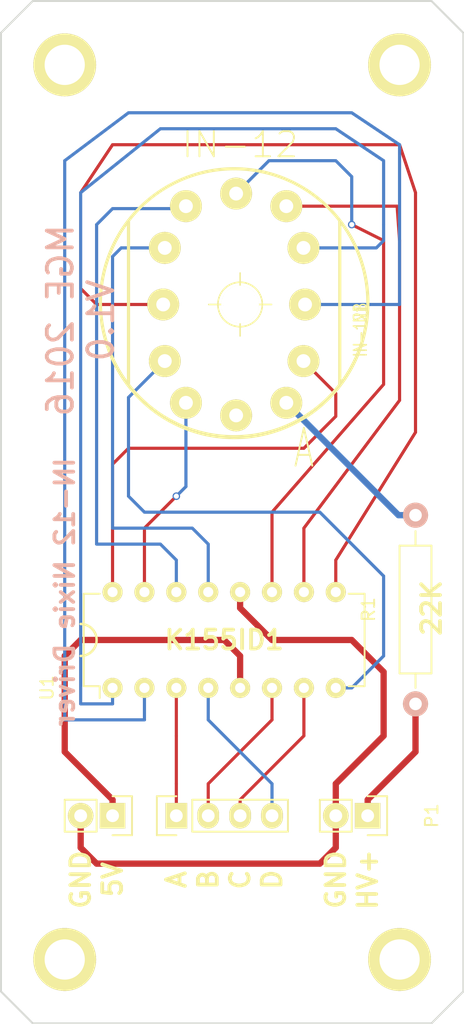
<source format=kicad_pcb>
(kicad_pcb (version 4) (host pcbnew 4.0.2-stable)

  (general
    (links 19)
    (no_connects 0)
    (area 96.444999 82.474999 142.315001 153.745001)
    (thickness 1.6)
    (drawings 22)
    (tracks 114)
    (zones 0)
    (modules 10)
    (nets 20)
  )

  (page USLetter)
  (layers
    (0 F.Cu signal)
    (31 B.Cu signal)
    (32 B.Adhes user hide)
    (33 F.Adhes user hide)
    (34 B.Paste user)
    (35 F.Paste user hide)
    (36 B.SilkS user)
    (37 F.SilkS user)
    (38 B.Mask user hide)
    (39 F.Mask user hide)
    (40 Dwgs.User user hide)
    (41 Cmts.User user hide)
    (42 Eco1.User user hide)
    (43 Eco2.User user hide)
    (44 Edge.Cuts user)
    (45 Margin user hide)
    (46 B.CrtYd user hide)
    (47 F.CrtYd user hide)
    (48 B.Fab user hide)
    (49 F.Fab user hide)
  )

  (setup
    (last_trace_width 0.25)
    (trace_clearance 0.2)
    (zone_clearance 0.508)
    (zone_45_only no)
    (trace_min 0.2)
    (segment_width 0.2)
    (edge_width 0.15)
    (via_size 0.6)
    (via_drill 0.4)
    (via_min_size 0.4)
    (via_min_drill 0.3)
    (uvia_size 0.3)
    (uvia_drill 0.1)
    (uvias_allowed no)
    (uvia_min_size 0.2)
    (uvia_min_drill 0.1)
    (pcb_text_width 0.3)
    (pcb_text_size 1.5 1.5)
    (mod_edge_width 0.15)
    (mod_text_size 1 1)
    (mod_text_width 0.15)
    (pad_size 3 3)
    (pad_drill 3)
    (pad_to_mask_clearance 0.2)
    (aux_axis_origin 0 0)
    (visible_elements 7FFFFFFF)
    (pcbplotparams
      (layerselection 0x00030_80000001)
      (usegerberextensions false)
      (excludeedgelayer true)
      (linewidth 0.100000)
      (plotframeref false)
      (viasonmask false)
      (mode 1)
      (useauxorigin false)
      (hpglpennumber 1)
      (hpglpenspeed 20)
      (hpglpendiameter 15)
      (hpglpenoverlay 2)
      (psnegative false)
      (psa4output false)
      (plotreference true)
      (plotvalue true)
      (plotinvisibletext false)
      (padsonsilk false)
      (subtractmaskfromsilk false)
      (outputformat 1)
      (mirror false)
      (drillshape 1)
      (scaleselection 1)
      (outputdirectory ""))
  )

  (net 0 "")
  (net 1 "Net-(N1-Pad0)")
  (net 2 "Net-(N1-Pad1)")
  (net 3 "Net-(N1-Pad2)")
  (net 4 "Net-(N1-Pad3)")
  (net 5 "Net-(N1-Pad4)")
  (net 6 "Net-(N1-Pad5)")
  (net 7 "Net-(N1-Pad6)")
  (net 8 "Net-(N1-Pad7)")
  (net 9 "Net-(N1-Pad8)")
  (net 10 "Net-(N1-Pad9)")
  (net 11 "Net-(N1-PadA)")
  (net 12 "Net-(N1-PadLHDP)")
  (net 13 VCC)
  (net 14 GND)
  (net 15 +5V)
  (net 16 A)
  (net 17 B)
  (net 18 C)
  (net 19 D)

  (net_class Default "This is the default net class."
    (clearance 0.2)
    (trace_width 0.25)
    (via_dia 0.6)
    (via_drill 0.4)
    (uvia_dia 0.3)
    (uvia_drill 0.1)
    (add_net A)
    (add_net B)
    (add_net C)
    (add_net D)
    (add_net "Net-(N1-Pad0)")
    (add_net "Net-(N1-Pad1)")
    (add_net "Net-(N1-Pad2)")
    (add_net "Net-(N1-Pad3)")
    (add_net "Net-(N1-Pad4)")
    (add_net "Net-(N1-Pad5)")
    (add_net "Net-(N1-Pad6)")
    (add_net "Net-(N1-Pad7)")
    (add_net "Net-(N1-Pad8)")
    (add_net "Net-(N1-Pad9)")
    (add_net "Net-(N1-PadLHDP)")
  )

  (net_class Power ""
    (clearance 0.5)
    (trace_width 0.5)
    (via_dia 0.7)
    (via_drill 0.5)
    (uvia_dia 0.3)
    (uvia_drill 0.1)
    (add_net +5V)
    (add_net GND)
    (add_net "Net-(N1-PadA)")
    (add_net VCC)
  )

  (module Pin_Headers:Pin_Header_Straight_1x04 (layer F.Cu) (tedit 0) (tstamp 576DC3B4)
    (at 114.3 143.51 90)
    (descr "Through hole pin header")
    (tags "pin header")
    (path /5762A7D4)
    (fp_text reference P3 (at 0 -5.1 90) (layer F.SilkS)
      (effects (font (size 1 1) (thickness 0.15)))
    )
    (fp_text value CONN_01X04 (at 0 -3.1 90) (layer F.Fab)
      (effects (font (size 1 1) (thickness 0.15)))
    )
    (fp_line (start -1.75 -1.75) (end -1.75 9.4) (layer F.CrtYd) (width 0.05))
    (fp_line (start 1.75 -1.75) (end 1.75 9.4) (layer F.CrtYd) (width 0.05))
    (fp_line (start -1.75 -1.75) (end 1.75 -1.75) (layer F.CrtYd) (width 0.05))
    (fp_line (start -1.75 9.4) (end 1.75 9.4) (layer F.CrtYd) (width 0.05))
    (fp_line (start -1.27 1.27) (end -1.27 8.89) (layer F.SilkS) (width 0.15))
    (fp_line (start 1.27 1.27) (end 1.27 8.89) (layer F.SilkS) (width 0.15))
    (fp_line (start 1.55 -1.55) (end 1.55 0) (layer F.SilkS) (width 0.15))
    (fp_line (start -1.27 8.89) (end 1.27 8.89) (layer F.SilkS) (width 0.15))
    (fp_line (start 1.27 1.27) (end -1.27 1.27) (layer F.SilkS) (width 0.15))
    (fp_line (start -1.55 0) (end -1.55 -1.55) (layer F.SilkS) (width 0.15))
    (fp_line (start -1.55 -1.55) (end 1.55 -1.55) (layer F.SilkS) (width 0.15))
    (pad 1 thru_hole rect (at 0 0 90) (size 2.032 1.7272) (drill 1.016) (layers *.Cu *.Mask F.SilkS)
      (net 16 A))
    (pad 2 thru_hole oval (at 0 2.54 90) (size 2.032 1.7272) (drill 1.016) (layers *.Cu *.Mask F.SilkS)
      (net 17 B))
    (pad 3 thru_hole oval (at 0 5.08 90) (size 2.032 1.7272) (drill 1.016) (layers *.Cu *.Mask F.SilkS)
      (net 18 C))
    (pad 4 thru_hole oval (at 0 7.62 90) (size 2.032 1.7272) (drill 1.016) (layers *.Cu *.Mask F.SilkS)
      (net 19 D))
    (model Pin_Headers.3dshapes/Pin_Header_Straight_1x04.wrl
      (at (xyz 0 -0.15 0))
      (scale (xyz 1 1 1))
      (rotate (xyz 0 0 90))
    )
  )

  (module Display:nixie_in-12 (layer F.Cu) (tedit 5763CF61) (tstamp 576DC37F)
    (at 119.38 102.87)
    (descr >NAME)
    (path /5762968A)
    (fp_text reference N1 (at 9.58088 0.6985 90) (layer F.SilkS)
      (effects (font (size 1.016 0.762) (thickness 0.127)))
    )
    (fp_text value IN-12B (at 9.58088 2.0193 90) (layer F.SilkS)
      (effects (font (size 1.016 0.762) (thickness 0.127)))
    )
    (fp_text user IN-12 (at 0 -12.7) (layer F.SilkS)
      (effects (font (size 2 2) (thickness 0.15)))
    )
    (fp_text user A (at 5.08 11.43) (layer F.SilkS)
      (effects (font (size 3 2) (thickness 0.15)))
    )
    (fp_line (start 7.9375 -6.6675) (end 7.9375 6.35) (layer F.SilkS) (width 0.254))
    (fp_line (start -8.89 6.18998) (end -8.89 -6.6675) (layer F.SilkS) (width 0.254))
    (fp_line (start -8.89 6.18998) (end -8.89 6.35) (layer F.SilkS) (width 0.254))
    (fp_line (start -2.49936 0) (end 2.49936 0) (layer F.SilkS) (width 0.127))
    (fp_line (start 0 2.49936) (end 0 -2.49936) (layer F.SilkS) (width 0.127))
    (fp_circle (center 0 0) (end -1.796034 0) (layer F.SilkS) (width 0.0635))
    (fp_circle (center 0 0) (end -1.767332 0) (layer F.SilkS) (width 0.127))
    (fp_circle (center -0.47498 -0.05588) (end -11.176762 -0.05588) (layer F.SilkS) (width 0.127))
    (fp_circle (center -0.47498 -0.1397) (end -11.1252 -0.1397) (layer F.SilkS) (width 0.254))
    (pad 0 thru_hole circle (at 5.04698 4.49834) (size 2.54 2.54) (drill 1.09982) (layers *.Cu *.Mask F.SilkS)
      (net 1 "Net-(N1-Pad0)") (solder_mask_margin 0.1016) (clearance 0.254))
    (pad 1 thru_hole circle (at -4.31546 7.81558) (size 2.54 2.54) (drill 1.09982) (layers *.Cu *.Mask F.SilkS)
      (net 2 "Net-(N1-Pad1)") (solder_mask_margin 0.1016) (clearance 0.254))
    (pad 2 thru_hole circle (at -5.99948 4.49834) (size 2.54 2.54) (drill 1.09982) (layers *.Cu *.Mask F.SilkS)
      (net 3 "Net-(N1-Pad2)") (solder_mask_margin 0.1016) (clearance 0.254))
    (pad 3 thru_hole circle (at -6.12648 0) (size 2.54 2.54) (drill 1.09982) (layers *.Cu *.Mask F.SilkS)
      (net 4 "Net-(N1-Pad3)") (solder_mask_margin 0.1016) (clearance 0.254))
    (pad 4 thru_hole circle (at -5.99948 -4.49834) (size 2.54 2.54) (drill 1.09982) (layers *.Cu *.Mask F.SilkS)
      (net 5 "Net-(N1-Pad4)") (solder_mask_margin 0.1016) (clearance 0.254))
    (pad 5 thru_hole circle (at -4.31546 -7.81558) (size 2.54 2.54) (drill 1.09982) (layers *.Cu *.Mask F.SilkS)
      (net 6 "Net-(N1-Pad5)") (solder_mask_margin 0.1016) (clearance 0.254))
    (pad 6 thru_hole circle (at -0.3175 -8.81634) (size 2.54 2.54) (drill 1.09982) (layers *.Cu *.Mask F.SilkS)
      (net 7 "Net-(N1-Pad6)") (solder_mask_margin 0.1016) (clearance 0.254))
    (pad 7 thru_hole circle (at 3.68046 -7.81558) (size 2.54 2.54) (drill 1.09982) (layers *.Cu *.Mask F.SilkS)
      (net 8 "Net-(N1-Pad7)") (solder_mask_margin 0.1016) (clearance 0.254))
    (pad 8 thru_hole circle (at 5.04698 -4.49834) (size 2.54 2.54) (drill 1.09982) (layers *.Cu *.Mask F.SilkS)
      (net 9 "Net-(N1-Pad8)") (solder_mask_margin 0.1016) (clearance 0.254))
    (pad 9 thru_hole circle (at 5.17398 0) (size 2.54 2.54) (drill 1.09982) (layers *.Cu *.Mask F.SilkS)
      (net 10 "Net-(N1-Pad9)") (solder_mask_margin 0.1016) (clearance 0.254))
    (pad A thru_hole circle (at 3.68046 7.81558) (size 2.54 2.54) (drill 1.09982) (layers *.Cu *.Mask F.SilkS)
      (net 11 "Net-(N1-PadA)") (solder_mask_margin 0.1016) (clearance 0.254))
    (pad LHDP thru_hole circle (at -0.3175 8.81634) (size 2.54 2.54) (drill 1.09982) (layers *.Cu *.Mask F.SilkS)
      (net 12 "Net-(N1-PadLHDP)") (solder_mask_margin 0.1016) (clearance 0.254))
    (pad "" np_thru_hole circle (at 0 0) (size 3 3) (drill 3) (layers *.Cu *.Mask F.SilkS))
  )

  (module Connect:1pin (layer F.Cu) (tedit 5762DFD4) (tstamp 57724672)
    (at 132.08 83.82)
    (descr "module 1 pin (ou trou mecanique de percage)")
    (tags DEV)
    (fp_text reference REF** (at 0 -3.048) (layer F.SilkS) hide
      (effects (font (size 1 1) (thickness 0.15)))
    )
    (fp_text value 1pin (at 0 2.794) (layer F.Fab)
      (effects (font (size 1 1) (thickness 0.15)))
    )
    (fp_circle (center 0 0) (end 0 -2.286) (layer F.SilkS) (width 0.15))
    (pad 1 thru_hole circle (at 0 0) (size 5 5) (drill 3.2) (layers *.Cu *.Mask F.SilkS))
  )

  (module Connect:1pin (layer F.Cu) (tedit 5762DFD4) (tstamp 5772466C)
    (at 132.08 154.94)
    (descr "module 1 pin (ou trou mecanique de percage)")
    (tags DEV)
    (fp_text reference REF** (at 0 -3.048) (layer F.SilkS) hide
      (effects (font (size 1 1) (thickness 0.15)))
    )
    (fp_text value 1pin (at 0 2.794) (layer F.Fab)
      (effects (font (size 1 1) (thickness 0.15)))
    )
    (fp_circle (center 0 0) (end 0 -2.286) (layer F.SilkS) (width 0.15))
    (pad 1 thru_hole circle (at 0 0) (size 5 5) (drill 3.2) (layers *.Cu *.Mask F.SilkS))
  )

  (module Connect:1pin (layer F.Cu) (tedit 5762DFD4) (tstamp 57724666)
    (at 105.41 154.94)
    (descr "module 1 pin (ou trou mecanique de percage)")
    (tags DEV)
    (fp_text reference REF** (at 0 -3.048) (layer F.SilkS) hide
      (effects (font (size 1 1) (thickness 0.15)))
    )
    (fp_text value 1pin (at 0 2.794) (layer F.Fab)
      (effects (font (size 1 1) (thickness 0.15)))
    )
    (fp_circle (center 0 0) (end 0 -2.286) (layer F.SilkS) (width 0.15))
    (pad 1 thru_hole circle (at 0 0) (size 5 5) (drill 3.2) (layers *.Cu *.Mask F.SilkS))
  )

  (module Pin_Headers:Pin_Header_Straight_1x02 (layer F.Cu) (tedit 54EA090C) (tstamp 576DC390)
    (at 129.54 143.51 270)
    (descr "Through hole pin header")
    (tags "pin header")
    (path /5762A2F8)
    (fp_text reference P1 (at 0 -5.1 270) (layer F.SilkS)
      (effects (font (size 1 1) (thickness 0.15)))
    )
    (fp_text value CONN_01X02 (at 0 -3.1 270) (layer F.Fab)
      (effects (font (size 1 1) (thickness 0.15)))
    )
    (fp_line (start 1.27 1.27) (end 1.27 3.81) (layer F.SilkS) (width 0.15))
    (fp_line (start 1.55 -1.55) (end 1.55 0) (layer F.SilkS) (width 0.15))
    (fp_line (start -1.75 -1.75) (end -1.75 4.3) (layer F.CrtYd) (width 0.05))
    (fp_line (start 1.75 -1.75) (end 1.75 4.3) (layer F.CrtYd) (width 0.05))
    (fp_line (start -1.75 -1.75) (end 1.75 -1.75) (layer F.CrtYd) (width 0.05))
    (fp_line (start -1.75 4.3) (end 1.75 4.3) (layer F.CrtYd) (width 0.05))
    (fp_line (start 1.27 1.27) (end -1.27 1.27) (layer F.SilkS) (width 0.15))
    (fp_line (start -1.55 0) (end -1.55 -1.55) (layer F.SilkS) (width 0.15))
    (fp_line (start -1.55 -1.55) (end 1.55 -1.55) (layer F.SilkS) (width 0.15))
    (fp_line (start -1.27 1.27) (end -1.27 3.81) (layer F.SilkS) (width 0.15))
    (fp_line (start -1.27 3.81) (end 1.27 3.81) (layer F.SilkS) (width 0.15))
    (pad 1 thru_hole rect (at 0 0 270) (size 2.032 2.032) (drill 1.016) (layers *.Cu *.Mask F.SilkS)
      (net 13 VCC))
    (pad 2 thru_hole oval (at 0 2.54 270) (size 2.032 2.032) (drill 1.016) (layers *.Cu *.Mask F.SilkS)
      (net 14 GND))
    (model Pin_Headers.3dshapes/Pin_Header_Straight_1x02.wrl
      (at (xyz 0 -0.05 0))
      (scale (xyz 1 1 1))
      (rotate (xyz 0 0 90))
    )
  )

  (module Pin_Headers:Pin_Header_Straight_1x02 (layer F.Cu) (tedit 54EA090C) (tstamp 576DC3A1)
    (at 109.22 143.51 270)
    (descr "Through hole pin header")
    (tags "pin header")
    (path /5762A665)
    (fp_text reference P2 (at 0 -5.1 270) (layer F.SilkS)
      (effects (font (size 1 1) (thickness 0.15)))
    )
    (fp_text value CONN_01X02 (at 0 -3.1 270) (layer F.Fab)
      (effects (font (size 1 1) (thickness 0.15)))
    )
    (fp_line (start 1.27 1.27) (end 1.27 3.81) (layer F.SilkS) (width 0.15))
    (fp_line (start 1.55 -1.55) (end 1.55 0) (layer F.SilkS) (width 0.15))
    (fp_line (start -1.75 -1.75) (end -1.75 4.3) (layer F.CrtYd) (width 0.05))
    (fp_line (start 1.75 -1.75) (end 1.75 4.3) (layer F.CrtYd) (width 0.05))
    (fp_line (start -1.75 -1.75) (end 1.75 -1.75) (layer F.CrtYd) (width 0.05))
    (fp_line (start -1.75 4.3) (end 1.75 4.3) (layer F.CrtYd) (width 0.05))
    (fp_line (start 1.27 1.27) (end -1.27 1.27) (layer F.SilkS) (width 0.15))
    (fp_line (start -1.55 0) (end -1.55 -1.55) (layer F.SilkS) (width 0.15))
    (fp_line (start -1.55 -1.55) (end 1.55 -1.55) (layer F.SilkS) (width 0.15))
    (fp_line (start -1.27 1.27) (end -1.27 3.81) (layer F.SilkS) (width 0.15))
    (fp_line (start -1.27 3.81) (end 1.27 3.81) (layer F.SilkS) (width 0.15))
    (pad 1 thru_hole rect (at 0 0 270) (size 2.032 2.032) (drill 1.016) (layers *.Cu *.Mask F.SilkS)
      (net 15 +5V))
    (pad 2 thru_hole oval (at 0 2.54 270) (size 2.032 2.032) (drill 1.016) (layers *.Cu *.Mask F.SilkS)
      (net 14 GND))
    (model Pin_Headers.3dshapes/Pin_Header_Straight_1x02.wrl
      (at (xyz 0 -0.05 0))
      (scale (xyz 1 1 1))
      (rotate (xyz 0 0 90))
    )
  )

  (module Resistors_ThroughHole:Resistor_Horizontal_RM15mm (layer F.Cu) (tedit 569FCEE8) (tstamp 576DC3C4)
    (at 133.35 134.62 90)
    (descr "Resistor, Axial, RM 15mm,")
    (tags "Resistor Axial RM 15mm")
    (path /5762A16C)
    (fp_text reference R1 (at 7.5 -3.74904 90) (layer F.SilkS)
      (effects (font (size 1 1) (thickness 0.15)))
    )
    (fp_text value 22K (at 7.5 4.0005 90) (layer F.Fab)
      (effects (font (size 1 1) (thickness 0.15)))
    )
    (fp_line (start -1.25 1.5) (end -1.25 -1.5) (layer F.CrtYd) (width 0.05))
    (fp_line (start -1.25 -1.5) (end 16.25 -1.5) (layer F.CrtYd) (width 0.05))
    (fp_line (start 16.25 -1.5) (end 16.25 1.5) (layer F.CrtYd) (width 0.05))
    (fp_line (start 16.25 1.5) (end -1.25 1.5) (layer F.CrtYd) (width 0.05))
    (fp_line (start 2.42 -1.27) (end 2.42 1.27) (layer F.SilkS) (width 0.15))
    (fp_line (start 2.42 1.27) (end 12.58 1.27) (layer F.SilkS) (width 0.15))
    (fp_line (start 12.58 1.27) (end 12.58 -1.27) (layer F.SilkS) (width 0.15))
    (fp_line (start 12.58 -1.27) (end 2.42 -1.27) (layer F.SilkS) (width 0.15))
    (fp_line (start 13.73 0) (end 12.58 0) (layer F.SilkS) (width 0.15))
    (fp_line (start 1.27 0) (end 2.42 0) (layer F.SilkS) (width 0.15))
    (pad 1 thru_hole circle (at 0 0 90) (size 1.99898 1.99898) (drill 1.00076) (layers *.Cu *.SilkS *.Mask)
      (net 13 VCC))
    (pad 2 thru_hole circle (at 15 0 90) (size 1.99898 1.99898) (drill 1.00076) (layers *.Cu *.SilkS *.Mask)
      (net 11 "Net-(N1-PadA)"))
    (model Resistors_ThroughHole.3dshapes/Resistor_Horizontal_RM15mm.wrl
      (at (xyz 0.295 0 0))
      (scale (xyz 0.395 0.4 0.4))
      (rotate (xyz 0 0 0))
    )
  )

  (module Housings_DIP:DIP-16_W7.62mm (layer F.Cu) (tedit 54130A77) (tstamp 576DC3E3)
    (at 109.22 133.35 90)
    (descr "16-lead dip package, row spacing 7.62 mm (300 mils)")
    (tags "dil dip 2.54 300")
    (path /5762986D)
    (fp_text reference U1 (at 0 -5.22 90) (layer F.SilkS)
      (effects (font (size 1 1) (thickness 0.15)))
    )
    (fp_text value K155ID1 (at 0 -3.72 90) (layer F.Fab)
      (effects (font (size 1 1) (thickness 0.15)))
    )
    (fp_line (start -1.05 -2.45) (end -1.05 20.25) (layer F.CrtYd) (width 0.05))
    (fp_line (start 8.65 -2.45) (end 8.65 20.25) (layer F.CrtYd) (width 0.05))
    (fp_line (start -1.05 -2.45) (end 8.65 -2.45) (layer F.CrtYd) (width 0.05))
    (fp_line (start -1.05 20.25) (end 8.65 20.25) (layer F.CrtYd) (width 0.05))
    (fp_line (start 0.135 -2.295) (end 0.135 -1.025) (layer F.SilkS) (width 0.15))
    (fp_line (start 7.485 -2.295) (end 7.485 -1.025) (layer F.SilkS) (width 0.15))
    (fp_line (start 7.485 20.075) (end 7.485 18.805) (layer F.SilkS) (width 0.15))
    (fp_line (start 0.135 20.075) (end 0.135 18.805) (layer F.SilkS) (width 0.15))
    (fp_line (start 0.135 -2.295) (end 7.485 -2.295) (layer F.SilkS) (width 0.15))
    (fp_line (start 0.135 20.075) (end 7.485 20.075) (layer F.SilkS) (width 0.15))
    (fp_line (start 0.135 -1.025) (end -0.8 -1.025) (layer F.SilkS) (width 0.15))
    (pad 1 thru_hole oval (at 0 0 90) (size 1.6 1.6) (drill 0.8) (layers *.Cu *.Mask F.SilkS)
      (net 9 "Net-(N1-Pad8)"))
    (pad 2 thru_hole oval (at 0 2.54 90) (size 1.6 1.6) (drill 0.8) (layers *.Cu *.Mask F.SilkS)
      (net 10 "Net-(N1-Pad9)"))
    (pad 3 thru_hole oval (at 0 5.08 90) (size 1.6 1.6) (drill 0.8) (layers *.Cu *.Mask F.SilkS)
      (net 16 A))
    (pad 4 thru_hole oval (at 0 7.62 90) (size 1.6 1.6) (drill 0.8) (layers *.Cu *.Mask F.SilkS)
      (net 19 D))
    (pad 5 thru_hole oval (at 0 10.16 90) (size 1.6 1.6) (drill 0.8) (layers *.Cu *.Mask F.SilkS)
      (net 15 +5V))
    (pad 6 thru_hole oval (at 0 12.7 90) (size 1.6 1.6) (drill 0.8) (layers *.Cu *.Mask F.SilkS)
      (net 17 B))
    (pad 7 thru_hole oval (at 0 15.24 90) (size 1.6 1.6) (drill 0.8) (layers *.Cu *.Mask F.SilkS)
      (net 18 C))
    (pad 8 thru_hole oval (at 0 17.78 90) (size 1.6 1.6) (drill 0.8) (layers *.Cu *.Mask F.SilkS)
      (net 3 "Net-(N1-Pad2)"))
    (pad 9 thru_hole oval (at 7.62 17.78 90) (size 1.6 1.6) (drill 0.8) (layers *.Cu *.Mask F.SilkS)
      (net 4 "Net-(N1-Pad3)"))
    (pad 10 thru_hole oval (at 7.62 15.24 90) (size 1.6 1.6) (drill 0.8) (layers *.Cu *.Mask F.SilkS)
      (net 8 "Net-(N1-Pad7)"))
    (pad 11 thru_hole oval (at 7.62 12.7 90) (size 1.6 1.6) (drill 0.8) (layers *.Cu *.Mask F.SilkS)
      (net 7 "Net-(N1-Pad6)"))
    (pad 12 thru_hole oval (at 7.62 10.16 90) (size 1.6 1.6) (drill 0.8) (layers *.Cu *.Mask F.SilkS)
      (net 14 GND))
    (pad 13 thru_hole oval (at 7.62 7.62 90) (size 1.6 1.6) (drill 0.8) (layers *.Cu *.Mask F.SilkS)
      (net 5 "Net-(N1-Pad4)"))
    (pad 14 thru_hole oval (at 7.62 5.08 90) (size 1.6 1.6) (drill 0.8) (layers *.Cu *.Mask F.SilkS)
      (net 6 "Net-(N1-Pad5)"))
    (pad 15 thru_hole oval (at 7.62 2.54 90) (size 1.6 1.6) (drill 0.8) (layers *.Cu *.Mask F.SilkS)
      (net 2 "Net-(N1-Pad1)"))
    (pad 16 thru_hole oval (at 7.62 0 90) (size 1.6 1.6) (drill 0.8) (layers *.Cu *.Mask F.SilkS)
      (net 1 "Net-(N1-Pad0)"))
    (model Housings_DIP.3dshapes/DIP-16_W7.62mm.wrl
      (at (xyz 0 0 0))
      (scale (xyz 1 1 1))
      (rotate (xyz 0 0 0))
    )
  )

  (module Connect:1pin (layer F.Cu) (tedit 5762DFD4) (tstamp 577245C9)
    (at 105.41 83.82)
    (descr "module 1 pin (ou trou mecanique de percage)")
    (tags DEV)
    (fp_text reference REF** (at 0 -3.048) (layer F.SilkS) hide
      (effects (font (size 1 1) (thickness 0.15)))
    )
    (fp_text value 1pin (at 0 2.794) (layer F.Fab)
      (effects (font (size 1 1) (thickness 0.15)))
    )
    (fp_circle (center 0 0) (end 0 -2.286) (layer F.SilkS) (width 0.15))
    (pad 1 thru_hole circle (at 0 0) (size 5 5) (drill 3.2) (layers *.Cu *.Mask F.SilkS))
  )

  (gr_line (start 100.33 81.28) (end 100.33 157.48) (angle 90) (layer Edge.Cuts) (width 0.15))
  (gr_line (start 137.16 157.48) (end 137.16 81.28) (angle 90) (layer Edge.Cuts) (width 0.15))
  (gr_line (start 102.87 160.02) (end 134.62 160.02) (angle 90) (layer Edge.Cuts) (width 0.15))
  (gr_line (start 102.87 78.74) (end 134.62 78.74) (angle 90) (layer Edge.Cuts) (width 0.15))
  (gr_text MGE (at 118.11 154.94) (layer B.Paste)
    (effects (font (size 3 3) (thickness 0.3)) (justify mirror))
  )
  (gr_line (start 102.87 160.02) (end 100.33 157.48) (angle 90) (layer Edge.Cuts) (width 0.15))
  (gr_line (start 134.62 160.02) (end 137.16 157.48) (angle 90) (layer Edge.Cuts) (width 0.15))
  (gr_line (start 134.62 78.74) (end 137.16 81.28) (angle 90) (layer Edge.Cuts) (width 0.15))
  (gr_line (start 100.33 81.28) (end 102.87 78.74) (angle 90) (layer Edge.Cuts) (width 0.15))
  (gr_text "IN-12 Nixie Driver" (at 105.41 125.73 90) (layer B.SilkS)
    (effects (font (size 1.5 1.5) (thickness 0.3)) (justify mirror))
  )
  (gr_text "MGE 2016\nV1.0" (at 106.68 104.14 90) (layer B.SilkS)
    (effects (font (size 2 2) (thickness 0.3)) (justify mirror))
  )
  (gr_arc (start 106.68 129.54) (end 106.68 128.27) (angle 180) (layer F.SilkS) (width 0.2))
  (gr_text 22K (at 134.62 127 90) (layer F.SilkS)
    (effects (font (size 1.5 1.5) (thickness 0.3)))
  )
  (gr_text D (at 121.92 148.59 90) (layer F.SilkS)
    (effects (font (size 1.5 1.5) (thickness 0.3)))
  )
  (gr_text C (at 119.38 148.59 90) (layer F.SilkS)
    (effects (font (size 1.5 1.5) (thickness 0.3)))
  )
  (gr_text B (at 116.84 148.59 90) (layer F.SilkS)
    (effects (font (size 1.5 1.5) (thickness 0.3)))
  )
  (gr_text A (at 114.3 148.59 90) (layer F.SilkS)
    (effects (font (size 1.5 1.5) (thickness 0.3)))
  )
  (gr_text 5V (at 109.22 148.59 90) (layer F.SilkS)
    (effects (font (size 1.5 1.5) (thickness 0.3)))
  )
  (gr_text HV+ (at 129.54 148.59 90) (layer F.SilkS)
    (effects (font (size 1.5 1.5) (thickness 0.3)))
  )
  (gr_text GND (at 106.68 148.59 90) (layer F.SilkS)
    (effects (font (size 1.5 1.5) (thickness 0.3)))
  )
  (gr_text GND (at 127 148.59 90) (layer F.SilkS)
    (effects (font (size 1.5 1.5) (thickness 0.3)))
  )
  (gr_text K155ID1 (at 118.11 129.54) (layer F.SilkS)
    (effects (font (size 1.5 1.5) (thickness 0.3)))
  )

  (segment (start 109.22 125.73) (end 109.22 115.57) (width 0.25) (layer F.Cu) (net 1))
  (segment (start 127 109.94136) (end 124.42698 107.36834) (width 0.25) (layer F.Cu) (net 1) (tstamp 576DC5EE) (status 20))
  (segment (start 127 111.76) (end 127 109.94136) (width 0.25) (layer F.Cu) (net 1) (tstamp 576DC5EC))
  (segment (start 124.46 114.3) (end 127 111.76) (width 0.25) (layer F.Cu) (net 1) (tstamp 576DC5EA))
  (segment (start 110.49 114.3) (end 124.46 114.3) (width 0.25) (layer F.Cu) (net 1) (tstamp 576DC5E8))
  (segment (start 109.22 115.57) (end 110.49 114.3) (width 0.25) (layer F.Cu) (net 1) (tstamp 576DC5E7))
  (segment (start 111.76 125.73) (end 111.76 120.65) (width 0.25) (layer F.Cu) (net 2))
  (segment (start 115.06454 117.34546) (end 115.06454 110.68558) (width 0.25) (layer B.Cu) (net 2) (tstamp 5763D749))
  (segment (start 114.3 118.11) (end 115.06454 117.34546) (width 0.25) (layer B.Cu) (net 2) (tstamp 5763D748))
  (via (at 114.3 118.11) (size 0.6) (drill 0.4) (layers F.Cu B.Cu) (net 2))
  (segment (start 111.76 120.65) (end 114.3 118.11) (width 0.25) (layer F.Cu) (net 2) (tstamp 5763D73F))
  (segment (start 127 133.35) (end 128.27 133.35) (width 0.25) (layer B.Cu) (net 3))
  (segment (start 110.49 110.25886) (end 113.38052 107.36834) (width 0.25) (layer B.Cu) (net 3) (tstamp 5763E0E1))
  (segment (start 110.49 118.11) (end 110.49 110.25886) (width 0.25) (layer B.Cu) (net 3) (tstamp 5763E0DA))
  (segment (start 111.76 119.38) (end 110.49 118.11) (width 0.25) (layer B.Cu) (net 3) (tstamp 5763E0D7))
  (segment (start 125.73 119.38) (end 111.76 119.38) (width 0.25) (layer B.Cu) (net 3) (tstamp 5763E0D3))
  (segment (start 130.81 124.46) (end 125.73 119.38) (width 0.25) (layer B.Cu) (net 3) (tstamp 5763E0CD))
  (segment (start 130.81 130.81) (end 130.81 124.46) (width 0.25) (layer B.Cu) (net 3) (tstamp 5763E0C7))
  (segment (start 128.27 133.35) (end 130.81 130.81) (width 0.25) (layer B.Cu) (net 3) (tstamp 5763E0C2))
  (segment (start 133.35 93.98) (end 132.08 90.17) (width 0.25) (layer F.Cu) (net 4))
  (segment (start 127 125.73) (end 127 123.19) (width 0.25) (layer F.Cu) (net 4))
  (segment (start 127 123.19) (end 133.35 113.03) (width 0.25) (layer F.Cu) (net 4) (tstamp 576DC627))
  (segment (start 133.35 113.03) (end 133.35 93.98) (width 0.25) (layer F.Cu) (net 4) (tstamp 576DC628))
  (segment (start 132.08 90.17) (end 109.22 90.17) (width 0.25) (layer F.Cu) (net 4) (tstamp 5763D00B))
  (segment (start 109.22 90.17) (end 106.68 93.98) (width 0.25) (layer F.Cu) (net 4) (tstamp 576DC62E))
  (segment (start 106.68 93.98) (end 106.68 101.6) (width 0.25) (layer F.Cu) (net 4) (tstamp 576DC630))
  (segment (start 106.68 101.6) (end 107.95 102.87) (width 0.25) (layer F.Cu) (net 4) (tstamp 576DC632))
  (segment (start 107.95 102.87) (end 113.25352 102.87) (width 0.25) (layer F.Cu) (net 4) (tstamp 576DC634) (status 20))
  (segment (start 109.90834 98.37166) (end 109.22 99.06) (width 0.25) (layer B.Cu) (net 5) (tstamp 5763D6C2))
  (segment (start 113.38052 98.37166) (end 109.90834 98.37166) (width 0.25) (layer B.Cu) (net 5))
  (segment (start 116.84 125.73) (end 116.84 121.92) (width 0.25) (layer B.Cu) (net 5))
  (segment (start 109.22 120.65) (end 109.22 99.06) (width 0.25) (layer B.Cu) (net 5) (tstamp 576DC5F6))
  (segment (start 115.57 120.65) (end 109.22 120.65) (width 0.25) (layer B.Cu) (net 5) (tstamp 576DC5F4))
  (segment (start 116.84 121.92) (end 115.57 120.65) (width 0.25) (layer B.Cu) (net 5) (tstamp 576DC5F2))
  (segment (start 107.95 96.52) (end 109.22 95.25) (width 0.25) (layer B.Cu) (net 6))
  (segment (start 109.22 95.25) (end 114.86896 95.25) (width 0.25) (layer B.Cu) (net 6) (tstamp 5763D787))
  (segment (start 114.86896 95.25) (end 115.06454 95.05442) (width 0.25) (layer B.Cu) (net 6) (tstamp 5763D78D))
  (segment (start 114.3 125.73) (end 114.3 123.19) (width 0.25) (layer B.Cu) (net 6))
  (segment (start 107.95 121.92) (end 107.95 96.52) (width 0.25) (layer B.Cu) (net 6) (tstamp 576DC5FE))
  (segment (start 113.03 121.92) (end 107.95 121.92) (width 0.25) (layer B.Cu) (net 6) (tstamp 576DC5FC))
  (segment (start 114.3 123.19) (end 113.03 121.92) (width 0.25) (layer B.Cu) (net 6) (tstamp 576DC5FB))
  (segment (start 128.27 92.71) (end 127 91.44) (width 0.25) (layer B.Cu) (net 7))
  (segment (start 127 91.44) (end 125.73 91.44) (width 0.25) (layer B.Cu) (net 7) (tstamp 5763D807))
  (segment (start 121.92 125.73) (end 121.92 119.38) (width 0.25) (layer F.Cu) (net 7))
  (segment (start 121.67616 91.44) (end 119.0625 94.05366) (width 0.25) (layer B.Cu) (net 7) (tstamp 576DC5A9) (status 20))
  (segment (start 125.73 91.44) (end 121.67616 91.44) (width 0.25) (layer B.Cu) (net 7) (tstamp 5763D80A))
  (segment (start 128.27 96.52) (end 128.27 92.71) (width 0.25) (layer B.Cu) (net 7) (tstamp 576DC5A5))
  (via (at 128.27 96.52) (size 0.6) (drill 0.4) (layers F.Cu B.Cu) (net 7))
  (segment (start 130.81 97.79) (end 128.27 96.52) (width 0.25) (layer F.Cu) (net 7) (tstamp 576DC5A2))
  (segment (start 130.81 109.22) (end 130.81 97.79) (width 0.25) (layer F.Cu) (net 7) (tstamp 576DC5A1))
  (segment (start 121.92 119.38) (end 130.81 109.22) (width 0.25) (layer F.Cu) (net 7) (tstamp 576DC5A0))
  (segment (start 124.46 125.73) (end 124.46 120.65) (width 0.25) (layer F.Cu) (net 8))
  (segment (start 131.88442 95.05442) (end 123.06046 95.05442) (width 0.25) (layer F.Cu) (net 8) (tstamp 576DC59C) (status 20))
  (segment (start 132.08 97.79) (end 131.88442 95.05442) (width 0.25) (layer F.Cu) (net 8) (tstamp 576DC59A))
  (segment (start 132.08 110.49) (end 132.08 97.79) (width 0.25) (layer F.Cu) (net 8) (tstamp 576DC598))
  (segment (start 124.46 120.65) (end 132.08 110.49) (width 0.25) (layer F.Cu) (net 8) (tstamp 576DC597))
  (segment (start 106.68 93.98) (end 113.03 88.9) (width 0.25) (layer B.Cu) (net 9))
  (segment (start 130.81 91.44) (end 127 88.9) (width 0.25) (layer B.Cu) (net 9))
  (segment (start 130.81 96.52) (end 130.81 97.79) (width 0.25) (layer B.Cu) (net 9))
  (segment (start 130.81 97.79) (end 130.22834 98.37166) (width 0.25) (layer B.Cu) (net 9) (tstamp 5763D822))
  (segment (start 130.22834 98.37166) (end 124.42698 98.37166) (width 0.25) (layer B.Cu) (net 9) (tstamp 5763D826))
  (segment (start 127 88.9) (end 113.03 88.9) (width 0.25) (layer B.Cu) (net 9) (tstamp 5763E472))
  (segment (start 130.81 96.52) (end 130.81 91.44) (width 0.25) (layer B.Cu) (net 9) (tstamp 5763D820))
  (segment (start 106.68 134.62) (end 109.22 134.62) (width 0.25) (layer B.Cu) (net 9))
  (segment (start 109.22 134.62) (end 109.22 133.35) (width 0.25) (layer B.Cu) (net 9) (tstamp 5763D7BC))
  (segment (start 106.68 93.98) (end 106.68 134.62) (width 0.25) (layer B.Cu) (net 9) (tstamp 5763E489))
  (segment (start 105.41 91.44) (end 110.49 87.63) (width 0.25) (layer B.Cu) (net 10))
  (segment (start 132.08 90.17) (end 128.27 87.63) (width 0.25) (layer B.Cu) (net 10))
  (segment (start 105.41 135.89) (end 111.76 135.89) (width 0.25) (layer B.Cu) (net 10))
  (segment (start 110.49 87.63) (end 128.27 87.63) (width 0.25) (layer B.Cu) (net 10) (tstamp 5763E493))
  (segment (start 105.41 135.89) (end 105.41 91.44) (width 0.25) (layer B.Cu) (net 10) (tstamp 5763D7D2))
  (segment (start 111.76 133.35) (end 111.76 135.89) (width 0.25) (layer B.Cu) (net 10))
  (segment (start 132.08 102.87) (end 124.55398 102.87) (width 0.25) (layer B.Cu) (net 10) (tstamp 576DC582) (status 20))
  (segment (start 132.08 90.17) (end 132.08 102.87) (width 0.25) (layer B.Cu) (net 10) (tstamp 5763E474))
  (segment (start 133.35 119.62) (end 131.99488 119.62) (width 0.5) (layer B.Cu) (net 11))
  (segment (start 131.99488 119.62) (end 123.06046 110.68558) (width 0.5) (layer B.Cu) (net 11) (tstamp 576DC593) (status 20))
  (segment (start 133.35 134.62) (end 133.35 138.43) (width 0.5) (layer F.Cu) (net 13))
  (segment (start 129.54 143.51) (end 129.54 142.24) (width 0.5) (layer F.Cu) (net 13))
  (segment (start 129.54 142.24) (end 133.35 138.43) (width 0.5) (layer F.Cu) (net 13) (tstamp 5769296C))
  (segment (start 119.38 125.73) (end 119.38 127) (width 0.5) (layer F.Cu) (net 14))
  (segment (start 127 140.97) (end 127 143.51) (width 0.5) (layer F.Cu) (net 14) (tstamp 57692960))
  (segment (start 130.81 137.16) (end 127 140.97) (width 0.5) (layer F.Cu) (net 14) (tstamp 5769295D))
  (segment (start 130.81 132.08) (end 130.81 137.16) (width 0.5) (layer F.Cu) (net 14) (tstamp 5769295A))
  (segment (start 128.27 129.54) (end 130.81 132.08) (width 0.5) (layer F.Cu) (net 14) (tstamp 57692955))
  (segment (start 121.92 129.54) (end 128.27 129.54) (width 0.5) (layer F.Cu) (net 14) (tstamp 5769294F))
  (segment (start 119.38 127) (end 121.92 129.54) (width 0.5) (layer F.Cu) (net 14) (tstamp 5769294D))
  (segment (start 127 143.51) (end 127 146.05) (width 0.5) (layer F.Cu) (net 14))
  (segment (start 106.68 146.05) (end 106.68 143.51) (width 0.5) (layer F.Cu) (net 14) (tstamp 57692947))
  (segment (start 107.95 147.32) (end 106.68 146.05) (width 0.5) (layer F.Cu) (net 14) (tstamp 57692946))
  (segment (start 125.73 147.32) (end 107.95 147.32) (width 0.5) (layer F.Cu) (net 14) (tstamp 57692945))
  (segment (start 127 146.05) (end 125.73 147.32) (width 0.5) (layer F.Cu) (net 14) (tstamp 57692944))
  (segment (start 109.22 143.51) (end 109.22 142.24) (width 0.5) (layer F.Cu) (net 15))
  (segment (start 109.22 142.24) (end 107.95 140.97) (width 0.5) (layer F.Cu) (net 15) (tstamp 5763E206))
  (segment (start 107.95 140.97) (end 106.68 139.7) (width 0.5) (layer F.Cu) (net 15) (tstamp 5763E149))
  (segment (start 119.38 130.81) (end 119.38 133.35) (width 0.5) (layer F.Cu) (net 15) (tstamp 5763CE7B))
  (segment (start 118.11 129.54) (end 119.38 130.81) (width 0.5) (layer F.Cu) (net 15) (tstamp 5763CE78))
  (segment (start 106.68 129.54) (end 118.11 129.54) (width 0.5) (layer F.Cu) (net 15) (tstamp 5763CE75))
  (segment (start 105.41 130.81) (end 106.68 129.54) (width 0.5) (layer F.Cu) (net 15) (tstamp 5763CE73))
  (segment (start 105.41 138.43) (end 105.41 130.81) (width 0.5) (layer F.Cu) (net 15) (tstamp 5763CE6B))
  (segment (start 106.68 139.7) (end 105.41 138.43) (width 0.5) (layer F.Cu) (net 15) (tstamp 5763CE69))
  (segment (start 114.3 143.51) (end 114.3 140.97) (width 0.25) (layer F.Cu) (net 16))
  (segment (start 114.3 137.16) (end 114.3 140.97) (width 0.25) (layer F.Cu) (net 16))
  (segment (start 114.3 137.16) (end 114.3 133.35) (width 0.25) (layer F.Cu) (net 16) (tstamp 576DC56B))
  (segment (start 116.84 143.51) (end 116.84 140.97) (width 0.25) (layer F.Cu) (net 17))
  (segment (start 118.11 139.7) (end 116.84 140.97) (width 0.25) (layer F.Cu) (net 17))
  (segment (start 121.92 135.89) (end 121.92 133.35) (width 0.25) (layer F.Cu) (net 17) (tstamp 576DC574))
  (segment (start 118.11 139.7) (end 121.92 135.89) (width 0.25) (layer F.Cu) (net 17) (tstamp 576DC573))
  (segment (start 119.38 143.51) (end 119.38 142.24) (width 0.25) (layer F.Cu) (net 18))
  (segment (start 120.65 140.97) (end 119.38 142.24) (width 0.25) (layer F.Cu) (net 18))
  (segment (start 124.46 137.16) (end 124.46 133.35) (width 0.25) (layer F.Cu) (net 18) (tstamp 576DC570))
  (segment (start 120.65 140.97) (end 124.46 137.16) (width 0.25) (layer F.Cu) (net 18) (tstamp 576DC56F))
  (segment (start 121.92 143.51) (end 121.92 140.97) (width 0.25) (layer B.Cu) (net 19))
  (segment (start 116.84 135.89) (end 121.92 140.97) (width 0.25) (layer B.Cu) (net 19) (tstamp 576DC577))
  (segment (start 116.84 133.35) (end 116.84 135.89) (width 0.25) (layer B.Cu) (net 19))

)

</source>
